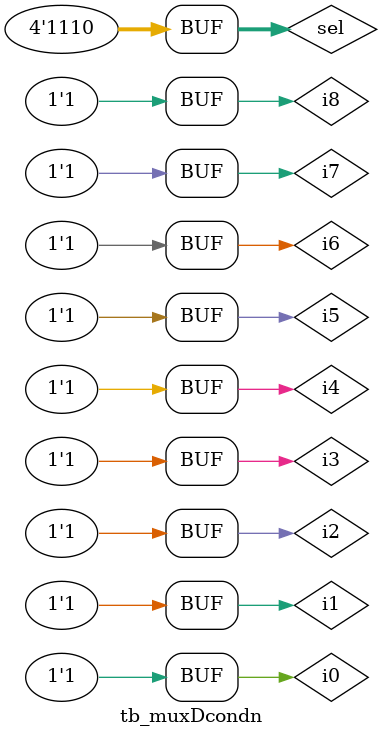
<source format=v>
module muxDcondn(
		output reg Dcondn,
		input iu, iz, inz, ic, inc, iv, inv, is, ins,
		input[3:0] IR12_9);
	//reg[15:0] o;
	
	always @ (iu, iz, inz, ic, inc, iv, inv, is, ins, IR12_9)
	case(IR12_9)
		4'b0000: begin Dcondn= iu; /*$display("Dcondn = iu\n");*/ end
		4'b1000: begin Dcondn= iz; /*$display("Dcondn = iz\n");*/ end
		4'b1001: begin Dcondn= inz; /*$display("Dcondn = inz\n");*/ end
		4'b1010: begin Dcondn= ic; /*$display("Dcondn = ic\n");*/ end
		4'b1011: begin Dcondn= inc; /*$display("Dcondn = inc\n");*/ end
		4'b1100: begin Dcondn= iv; /*$display("Dcondn = iv\n");*/ end
		4'b1101: begin Dcondn= inv; /*$display("Dcondn = inv\n");*/ end
		4'b1110: begin Dcondn= is; /*$display("Dcondn = is\n");*/ end
		4'b1111: begin Dcondn= ins; /*$display("Dcondn = ins\n");*/ end
	endcase

endmodule

module tb_muxDcondn;
	reg i0, i1, i2, i3, i4, i5, i6, i7, i8;
	reg[3:0] sel;
	wire o;
	
	muxDcondn m(o, i0, i1, i2, i3, i4, i5, i6, i7, i8, sel);
	
	initial
	begin
		i0=1;
		i1=1;
		i2=1;
		i3=1;
		i4=1;
		i5=1;
		i6=1;
		i7=1;
		i8=1;
		// i2=2; i3=3; i4=4; i5 = 5; i6=6; i7=7; i8
		//#10 sel=4'b0XXX;
		#10 sel=4'b1011;
		#10 sel=4'b1000;
		#10 sel=4'b1110;
		#10 sel=4'b1010;
		#10 sel=4'b1001;
		#10 sel=4'b0000;
		#10 sel=4'b1100;
		//#10 sel=4'b0111;
		#10 sel=4'b1101;
		#10 sel=4'b1111;
		//#10 sel=4'b0X1X;
		#10 sel=4'b1101;
		#10 sel=4'b1110;
	end
endmodule

</source>
